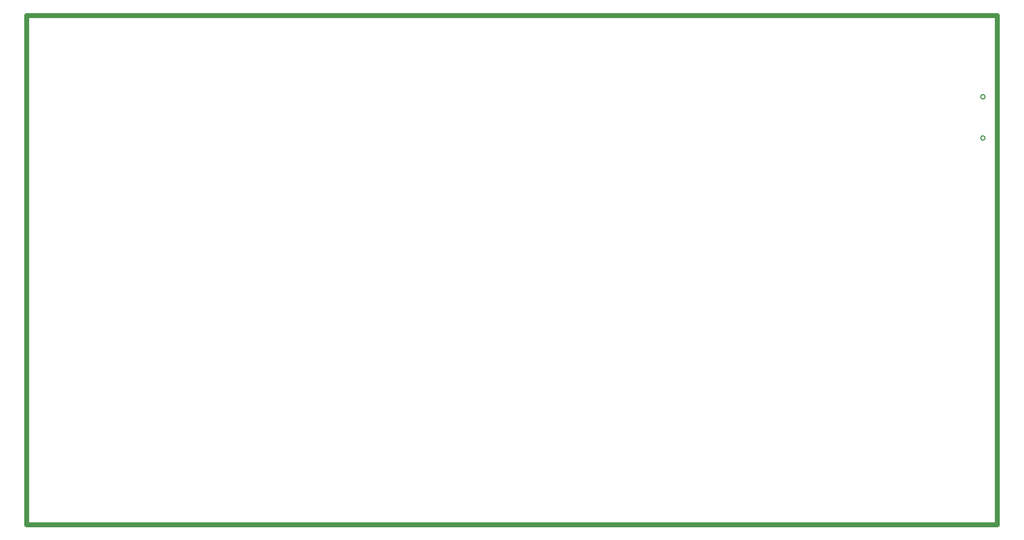
<source format=gm1>
G04*
G04 #@! TF.GenerationSoftware,Altium Limited,Altium Designer,23.10.1 (27)*
G04*
G04 Layer_Color=16711935*
%FSLAX25Y25*%
%MOIN*%
G70*
G04*
G04 #@! TF.SameCoordinates,EE2D7E3A-8854-4FD1-8856-1E75453D7B45*
G04*
G04*
G04 #@! TF.FilePolarity,Positive*
G04*
G01*
G75*
%ADD13C,0.01000*%
%ADD112C,0.04000*%
D13*
X777613Y347343D02*
G03*
X777613Y347343I-1772J0D01*
G01*
Y313915D02*
G03*
X777613Y313915I-1772J0D01*
G01*
D112*
X0Y0D02*
X787402D01*
X-0Y413386D02*
X0Y0D01*
X787402D02*
Y413386D01*
X-0D02*
X787402D01*
M02*

</source>
